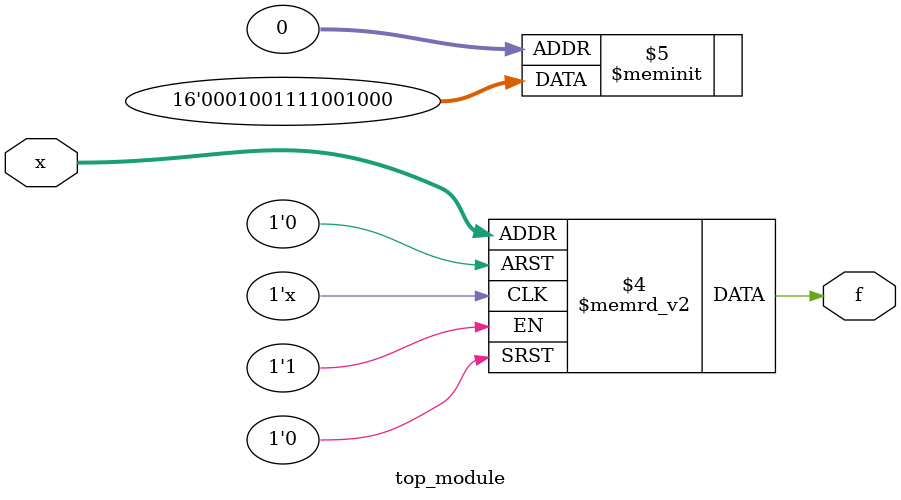
<source format=sv>
module top_module (
    input [4:1] x,
    output logic f
);

always_comb begin
    case ({x[4], x[3], x[2], x[1]})
        4'b0000: f = 1'b0; // don't care, output 0
        4'b0001: f = 1'b0;
        4'b0010: f = 1'b0; // don't care, output 0
        4'b0011: f = 1'b1;
        4'b0100: f = 1'b0; // don't care, output 0
        4'b0101: f = 1'b0;
        4'b0110: f = 1'b1;
        4'b0111: f = 1'b1;
        4'b1000: f = 1'b1;
        4'b1001: f = 1'b1;
        4'b1010: f = 1'b0; // don't care, output 0
        4'b1011: f = 1'b0;
        4'b1100: f = 1'b1;
        4'b1101: f = 1'b0;
        4'b1110: f = 1'b0; // don't care, output 0
        4'b1111: f = 1'b0; // don't care, output 0
    endcase
end

endmodule

</source>
